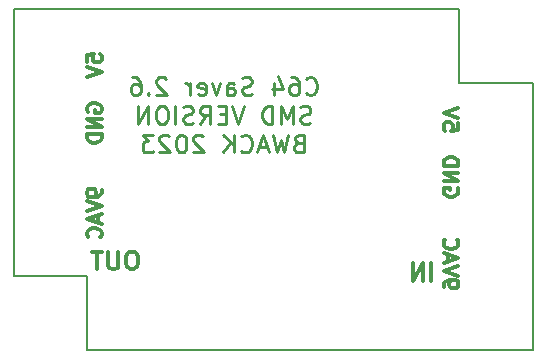
<source format=gbo>
G04 #@! TF.GenerationSoftware,KiCad,Pcbnew,7.0.1-3b83917a11~172~ubuntu20.04.1*
G04 #@! TF.CreationDate,2023-03-26T04:48:50+02:00*
G04 #@! TF.ProjectId,C64Saver2,43363453-6176-4657-9232-2e6b69636164,2.6*
G04 #@! TF.SameCoordinates,Original*
G04 #@! TF.FileFunction,Legend,Bot*
G04 #@! TF.FilePolarity,Positive*
%FSLAX46Y46*%
G04 Gerber Fmt 4.6, Leading zero omitted, Abs format (unit mm)*
G04 Created by KiCad (PCBNEW 7.0.1-3b83917a11~172~ubuntu20.04.1) date 2023-03-26 04:48:50*
%MOMM*%
%LPD*%
G01*
G04 APERTURE LIST*
%ADD10C,0.300000*%
%ADD11C,0.250000*%
G04 #@! TA.AperFunction,Profile*
%ADD12C,0.150000*%
G04 #@! TD*
G04 APERTURE END LIST*
D10*
X176840726Y-107217524D02*
X176840726Y-106979428D01*
X176840726Y-106979428D02*
X176900250Y-106860381D01*
X176900250Y-106860381D02*
X176959773Y-106800857D01*
X176959773Y-106800857D02*
X177138345Y-106681809D01*
X177138345Y-106681809D02*
X177376440Y-106622286D01*
X177376440Y-106622286D02*
X177852630Y-106622286D01*
X177852630Y-106622286D02*
X177971678Y-106681809D01*
X177971678Y-106681809D02*
X178031202Y-106741333D01*
X178031202Y-106741333D02*
X178090726Y-106860381D01*
X178090726Y-106860381D02*
X178090726Y-107098476D01*
X178090726Y-107098476D02*
X178031202Y-107217524D01*
X178031202Y-107217524D02*
X177971678Y-107277047D01*
X177971678Y-107277047D02*
X177852630Y-107336571D01*
X177852630Y-107336571D02*
X177555011Y-107336571D01*
X177555011Y-107336571D02*
X177435964Y-107277047D01*
X177435964Y-107277047D02*
X177376440Y-107217524D01*
X177376440Y-107217524D02*
X177316916Y-107098476D01*
X177316916Y-107098476D02*
X177316916Y-106860381D01*
X177316916Y-106860381D02*
X177376440Y-106741333D01*
X177376440Y-106741333D02*
X177435964Y-106681809D01*
X177435964Y-106681809D02*
X177555011Y-106622286D01*
X178090726Y-106265143D02*
X176840726Y-105848476D01*
X176840726Y-105848476D02*
X178090726Y-105431810D01*
X177197869Y-105074666D02*
X177197869Y-104479428D01*
X176840726Y-105193714D02*
X178090726Y-104777047D01*
X178090726Y-104777047D02*
X176840726Y-104360381D01*
X176959773Y-103229428D02*
X176900250Y-103288952D01*
X176900250Y-103288952D02*
X176840726Y-103467523D01*
X176840726Y-103467523D02*
X176840726Y-103586571D01*
X176840726Y-103586571D02*
X176900250Y-103765142D01*
X176900250Y-103765142D02*
X177019297Y-103884190D01*
X177019297Y-103884190D02*
X177138345Y-103943713D01*
X177138345Y-103943713D02*
X177376440Y-104003237D01*
X177376440Y-104003237D02*
X177555011Y-104003237D01*
X177555011Y-104003237D02*
X177793107Y-103943713D01*
X177793107Y-103943713D02*
X177912154Y-103884190D01*
X177912154Y-103884190D02*
X178031202Y-103765142D01*
X178031202Y-103765142D02*
X178090726Y-103586571D01*
X178090726Y-103586571D02*
X178090726Y-103467523D01*
X178090726Y-103467523D02*
X178031202Y-103288952D01*
X178031202Y-103288952D02*
X177971678Y-103229428D01*
X178031202Y-98869381D02*
X178090726Y-98988428D01*
X178090726Y-98988428D02*
X178090726Y-99167000D01*
X178090726Y-99167000D02*
X178031202Y-99345571D01*
X178031202Y-99345571D02*
X177912154Y-99464619D01*
X177912154Y-99464619D02*
X177793107Y-99524142D01*
X177793107Y-99524142D02*
X177555011Y-99583666D01*
X177555011Y-99583666D02*
X177376440Y-99583666D01*
X177376440Y-99583666D02*
X177138345Y-99524142D01*
X177138345Y-99524142D02*
X177019297Y-99464619D01*
X177019297Y-99464619D02*
X176900250Y-99345571D01*
X176900250Y-99345571D02*
X176840726Y-99167000D01*
X176840726Y-99167000D02*
X176840726Y-99047952D01*
X176840726Y-99047952D02*
X176900250Y-98869381D01*
X176900250Y-98869381D02*
X176959773Y-98809857D01*
X176959773Y-98809857D02*
X177376440Y-98809857D01*
X177376440Y-98809857D02*
X177376440Y-99047952D01*
X176840726Y-98274142D02*
X178090726Y-98274142D01*
X178090726Y-98274142D02*
X176840726Y-97559857D01*
X176840726Y-97559857D02*
X178090726Y-97559857D01*
X176840726Y-96964618D02*
X178090726Y-96964618D01*
X178090726Y-96964618D02*
X178090726Y-96666999D01*
X178090726Y-96666999D02*
X178031202Y-96488428D01*
X178031202Y-96488428D02*
X177912154Y-96369380D01*
X177912154Y-96369380D02*
X177793107Y-96309857D01*
X177793107Y-96309857D02*
X177555011Y-96250333D01*
X177555011Y-96250333D02*
X177376440Y-96250333D01*
X177376440Y-96250333D02*
X177138345Y-96309857D01*
X177138345Y-96309857D02*
X177019297Y-96369380D01*
X177019297Y-96369380D02*
X176900250Y-96488428D01*
X176900250Y-96488428D02*
X176840726Y-96666999D01*
X176840726Y-96666999D02*
X176840726Y-96964618D01*
X178090726Y-93329094D02*
X178090726Y-93924332D01*
X178090726Y-93924332D02*
X177495488Y-93983856D01*
X177495488Y-93983856D02*
X177555011Y-93924332D01*
X177555011Y-93924332D02*
X177614535Y-93805285D01*
X177614535Y-93805285D02*
X177614535Y-93507666D01*
X177614535Y-93507666D02*
X177555011Y-93388618D01*
X177555011Y-93388618D02*
X177495488Y-93329094D01*
X177495488Y-93329094D02*
X177376440Y-93269571D01*
X177376440Y-93269571D02*
X177078821Y-93269571D01*
X177078821Y-93269571D02*
X176959773Y-93329094D01*
X176959773Y-93329094D02*
X176900250Y-93388618D01*
X176900250Y-93388618D02*
X176840726Y-93507666D01*
X176840726Y-93507666D02*
X176840726Y-93805285D01*
X176840726Y-93805285D02*
X176900250Y-93924332D01*
X176900250Y-93924332D02*
X176959773Y-93983856D01*
X178090726Y-92912428D02*
X176840726Y-92495761D01*
X176840726Y-92495761D02*
X178090726Y-92079095D01*
X146648273Y-88153905D02*
X146648273Y-87558667D01*
X146648273Y-87558667D02*
X147243511Y-87499143D01*
X147243511Y-87499143D02*
X147183988Y-87558667D01*
X147183988Y-87558667D02*
X147124464Y-87677714D01*
X147124464Y-87677714D02*
X147124464Y-87975333D01*
X147124464Y-87975333D02*
X147183988Y-88094381D01*
X147183988Y-88094381D02*
X147243511Y-88153905D01*
X147243511Y-88153905D02*
X147362559Y-88213428D01*
X147362559Y-88213428D02*
X147660178Y-88213428D01*
X147660178Y-88213428D02*
X147779226Y-88153905D01*
X147779226Y-88153905D02*
X147838750Y-88094381D01*
X147838750Y-88094381D02*
X147898273Y-87975333D01*
X147898273Y-87975333D02*
X147898273Y-87677714D01*
X147898273Y-87677714D02*
X147838750Y-87558667D01*
X147838750Y-87558667D02*
X147779226Y-87499143D01*
X146648273Y-88570571D02*
X147898273Y-88987238D01*
X147898273Y-88987238D02*
X146648273Y-89403904D01*
X146707797Y-92392618D02*
X146648273Y-92273571D01*
X146648273Y-92273571D02*
X146648273Y-92094999D01*
X146648273Y-92094999D02*
X146707797Y-91916428D01*
X146707797Y-91916428D02*
X146826845Y-91797380D01*
X146826845Y-91797380D02*
X146945892Y-91737857D01*
X146945892Y-91737857D02*
X147183988Y-91678333D01*
X147183988Y-91678333D02*
X147362559Y-91678333D01*
X147362559Y-91678333D02*
X147600654Y-91737857D01*
X147600654Y-91737857D02*
X147719702Y-91797380D01*
X147719702Y-91797380D02*
X147838750Y-91916428D01*
X147838750Y-91916428D02*
X147898273Y-92094999D01*
X147898273Y-92094999D02*
X147898273Y-92214047D01*
X147898273Y-92214047D02*
X147838750Y-92392618D01*
X147838750Y-92392618D02*
X147779226Y-92452142D01*
X147779226Y-92452142D02*
X147362559Y-92452142D01*
X147362559Y-92452142D02*
X147362559Y-92214047D01*
X147898273Y-92987857D02*
X146648273Y-92987857D01*
X146648273Y-92987857D02*
X147898273Y-93702142D01*
X147898273Y-93702142D02*
X146648273Y-93702142D01*
X147898273Y-94297381D02*
X146648273Y-94297381D01*
X146648273Y-94297381D02*
X146648273Y-94595000D01*
X146648273Y-94595000D02*
X146707797Y-94773571D01*
X146707797Y-94773571D02*
X146826845Y-94892619D01*
X146826845Y-94892619D02*
X146945892Y-94952142D01*
X146945892Y-94952142D02*
X147183988Y-95011666D01*
X147183988Y-95011666D02*
X147362559Y-95011666D01*
X147362559Y-95011666D02*
X147600654Y-94952142D01*
X147600654Y-94952142D02*
X147719702Y-94892619D01*
X147719702Y-94892619D02*
X147838750Y-94773571D01*
X147838750Y-94773571D02*
X147898273Y-94595000D01*
X147898273Y-94595000D02*
X147898273Y-94297381D01*
X147898273Y-99030475D02*
X147898273Y-99268571D01*
X147898273Y-99268571D02*
X147838750Y-99387618D01*
X147838750Y-99387618D02*
X147779226Y-99447142D01*
X147779226Y-99447142D02*
X147600654Y-99566190D01*
X147600654Y-99566190D02*
X147362559Y-99625713D01*
X147362559Y-99625713D02*
X146886369Y-99625713D01*
X146886369Y-99625713D02*
X146767321Y-99566190D01*
X146767321Y-99566190D02*
X146707797Y-99506666D01*
X146707797Y-99506666D02*
X146648273Y-99387618D01*
X146648273Y-99387618D02*
X146648273Y-99149523D01*
X146648273Y-99149523D02*
X146707797Y-99030475D01*
X146707797Y-99030475D02*
X146767321Y-98970952D01*
X146767321Y-98970952D02*
X146886369Y-98911428D01*
X146886369Y-98911428D02*
X147183988Y-98911428D01*
X147183988Y-98911428D02*
X147303035Y-98970952D01*
X147303035Y-98970952D02*
X147362559Y-99030475D01*
X147362559Y-99030475D02*
X147422083Y-99149523D01*
X147422083Y-99149523D02*
X147422083Y-99387618D01*
X147422083Y-99387618D02*
X147362559Y-99506666D01*
X147362559Y-99506666D02*
X147303035Y-99566190D01*
X147303035Y-99566190D02*
X147183988Y-99625713D01*
X146648273Y-99982856D02*
X147898273Y-100399523D01*
X147898273Y-100399523D02*
X146648273Y-100816189D01*
X147541130Y-101173333D02*
X147541130Y-101768571D01*
X147898273Y-101054285D02*
X146648273Y-101470952D01*
X146648273Y-101470952D02*
X147898273Y-101887618D01*
X147779226Y-103018571D02*
X147838750Y-102959047D01*
X147838750Y-102959047D02*
X147898273Y-102780476D01*
X147898273Y-102780476D02*
X147898273Y-102661428D01*
X147898273Y-102661428D02*
X147838750Y-102482857D01*
X147838750Y-102482857D02*
X147719702Y-102363809D01*
X147719702Y-102363809D02*
X147600654Y-102304286D01*
X147600654Y-102304286D02*
X147362559Y-102244762D01*
X147362559Y-102244762D02*
X147183988Y-102244762D01*
X147183988Y-102244762D02*
X146945892Y-102304286D01*
X146945892Y-102304286D02*
X146826845Y-102363809D01*
X146826845Y-102363809D02*
X146707797Y-102482857D01*
X146707797Y-102482857D02*
X146648273Y-102661428D01*
X146648273Y-102661428D02*
X146648273Y-102780476D01*
X146648273Y-102780476D02*
X146707797Y-102959047D01*
X146707797Y-102959047D02*
X146767321Y-103018571D01*
X175791714Y-106693928D02*
X175791714Y-105193928D01*
X175077428Y-106693928D02*
X175077428Y-105193928D01*
X175077428Y-105193928D02*
X174220285Y-106693928D01*
X174220285Y-106693928D02*
X174220285Y-105193928D01*
X150597999Y-104222928D02*
X150312285Y-104222928D01*
X150312285Y-104222928D02*
X150169428Y-104294357D01*
X150169428Y-104294357D02*
X150026571Y-104437214D01*
X150026571Y-104437214D02*
X149955142Y-104722928D01*
X149955142Y-104722928D02*
X149955142Y-105222928D01*
X149955142Y-105222928D02*
X150026571Y-105508642D01*
X150026571Y-105508642D02*
X150169428Y-105651500D01*
X150169428Y-105651500D02*
X150312285Y-105722928D01*
X150312285Y-105722928D02*
X150597999Y-105722928D01*
X150597999Y-105722928D02*
X150740857Y-105651500D01*
X150740857Y-105651500D02*
X150883714Y-105508642D01*
X150883714Y-105508642D02*
X150955142Y-105222928D01*
X150955142Y-105222928D02*
X150955142Y-104722928D01*
X150955142Y-104722928D02*
X150883714Y-104437214D01*
X150883714Y-104437214D02*
X150740857Y-104294357D01*
X150740857Y-104294357D02*
X150597999Y-104222928D01*
X149312285Y-104222928D02*
X149312285Y-105437214D01*
X149312285Y-105437214D02*
X149240856Y-105580071D01*
X149240856Y-105580071D02*
X149169428Y-105651500D01*
X149169428Y-105651500D02*
X149026570Y-105722928D01*
X149026570Y-105722928D02*
X148740856Y-105722928D01*
X148740856Y-105722928D02*
X148597999Y-105651500D01*
X148597999Y-105651500D02*
X148526570Y-105580071D01*
X148526570Y-105580071D02*
X148455142Y-105437214D01*
X148455142Y-105437214D02*
X148455142Y-104222928D01*
X147955141Y-104222928D02*
X147097999Y-104222928D01*
X147526570Y-105722928D02*
X147526570Y-104222928D01*
D11*
X165206284Y-90831071D02*
X165277712Y-90902500D01*
X165277712Y-90902500D02*
X165491998Y-90973928D01*
X165491998Y-90973928D02*
X165634855Y-90973928D01*
X165634855Y-90973928D02*
X165849141Y-90902500D01*
X165849141Y-90902500D02*
X165991998Y-90759642D01*
X165991998Y-90759642D02*
X166063427Y-90616785D01*
X166063427Y-90616785D02*
X166134855Y-90331071D01*
X166134855Y-90331071D02*
X166134855Y-90116785D01*
X166134855Y-90116785D02*
X166063427Y-89831071D01*
X166063427Y-89831071D02*
X165991998Y-89688214D01*
X165991998Y-89688214D02*
X165849141Y-89545357D01*
X165849141Y-89545357D02*
X165634855Y-89473928D01*
X165634855Y-89473928D02*
X165491998Y-89473928D01*
X165491998Y-89473928D02*
X165277712Y-89545357D01*
X165277712Y-89545357D02*
X165206284Y-89616785D01*
X163920570Y-89473928D02*
X164206284Y-89473928D01*
X164206284Y-89473928D02*
X164349141Y-89545357D01*
X164349141Y-89545357D02*
X164420570Y-89616785D01*
X164420570Y-89616785D02*
X164563427Y-89831071D01*
X164563427Y-89831071D02*
X164634855Y-90116785D01*
X164634855Y-90116785D02*
X164634855Y-90688214D01*
X164634855Y-90688214D02*
X164563427Y-90831071D01*
X164563427Y-90831071D02*
X164491998Y-90902500D01*
X164491998Y-90902500D02*
X164349141Y-90973928D01*
X164349141Y-90973928D02*
X164063427Y-90973928D01*
X164063427Y-90973928D02*
X163920570Y-90902500D01*
X163920570Y-90902500D02*
X163849141Y-90831071D01*
X163849141Y-90831071D02*
X163777712Y-90688214D01*
X163777712Y-90688214D02*
X163777712Y-90331071D01*
X163777712Y-90331071D02*
X163849141Y-90188214D01*
X163849141Y-90188214D02*
X163920570Y-90116785D01*
X163920570Y-90116785D02*
X164063427Y-90045357D01*
X164063427Y-90045357D02*
X164349141Y-90045357D01*
X164349141Y-90045357D02*
X164491998Y-90116785D01*
X164491998Y-90116785D02*
X164563427Y-90188214D01*
X164563427Y-90188214D02*
X164634855Y-90331071D01*
X162491999Y-89973928D02*
X162491999Y-90973928D01*
X162849141Y-89402500D02*
X163206284Y-90473928D01*
X163206284Y-90473928D02*
X162277713Y-90473928D01*
X160634856Y-90902500D02*
X160420571Y-90973928D01*
X160420571Y-90973928D02*
X160063428Y-90973928D01*
X160063428Y-90973928D02*
X159920571Y-90902500D01*
X159920571Y-90902500D02*
X159849142Y-90831071D01*
X159849142Y-90831071D02*
X159777713Y-90688214D01*
X159777713Y-90688214D02*
X159777713Y-90545357D01*
X159777713Y-90545357D02*
X159849142Y-90402500D01*
X159849142Y-90402500D02*
X159920571Y-90331071D01*
X159920571Y-90331071D02*
X160063428Y-90259642D01*
X160063428Y-90259642D02*
X160349142Y-90188214D01*
X160349142Y-90188214D02*
X160491999Y-90116785D01*
X160491999Y-90116785D02*
X160563428Y-90045357D01*
X160563428Y-90045357D02*
X160634856Y-89902500D01*
X160634856Y-89902500D02*
X160634856Y-89759642D01*
X160634856Y-89759642D02*
X160563428Y-89616785D01*
X160563428Y-89616785D02*
X160491999Y-89545357D01*
X160491999Y-89545357D02*
X160349142Y-89473928D01*
X160349142Y-89473928D02*
X159991999Y-89473928D01*
X159991999Y-89473928D02*
X159777713Y-89545357D01*
X158492000Y-90973928D02*
X158492000Y-90188214D01*
X158492000Y-90188214D02*
X158563428Y-90045357D01*
X158563428Y-90045357D02*
X158706285Y-89973928D01*
X158706285Y-89973928D02*
X158992000Y-89973928D01*
X158992000Y-89973928D02*
X159134857Y-90045357D01*
X158492000Y-90902500D02*
X158634857Y-90973928D01*
X158634857Y-90973928D02*
X158992000Y-90973928D01*
X158992000Y-90973928D02*
X159134857Y-90902500D01*
X159134857Y-90902500D02*
X159206285Y-90759642D01*
X159206285Y-90759642D02*
X159206285Y-90616785D01*
X159206285Y-90616785D02*
X159134857Y-90473928D01*
X159134857Y-90473928D02*
X158992000Y-90402500D01*
X158992000Y-90402500D02*
X158634857Y-90402500D01*
X158634857Y-90402500D02*
X158492000Y-90331071D01*
X157920571Y-89973928D02*
X157563428Y-90973928D01*
X157563428Y-90973928D02*
X157206285Y-89973928D01*
X156063428Y-90902500D02*
X156206285Y-90973928D01*
X156206285Y-90973928D02*
X156492000Y-90973928D01*
X156492000Y-90973928D02*
X156634857Y-90902500D01*
X156634857Y-90902500D02*
X156706285Y-90759642D01*
X156706285Y-90759642D02*
X156706285Y-90188214D01*
X156706285Y-90188214D02*
X156634857Y-90045357D01*
X156634857Y-90045357D02*
X156492000Y-89973928D01*
X156492000Y-89973928D02*
X156206285Y-89973928D01*
X156206285Y-89973928D02*
X156063428Y-90045357D01*
X156063428Y-90045357D02*
X155992000Y-90188214D01*
X155992000Y-90188214D02*
X155992000Y-90331071D01*
X155992000Y-90331071D02*
X156706285Y-90473928D01*
X155349143Y-90973928D02*
X155349143Y-89973928D01*
X155349143Y-90259642D02*
X155277714Y-90116785D01*
X155277714Y-90116785D02*
X155206286Y-90045357D01*
X155206286Y-90045357D02*
X155063428Y-89973928D01*
X155063428Y-89973928D02*
X154920571Y-89973928D01*
X153349143Y-89616785D02*
X153277715Y-89545357D01*
X153277715Y-89545357D02*
X153134858Y-89473928D01*
X153134858Y-89473928D02*
X152777715Y-89473928D01*
X152777715Y-89473928D02*
X152634858Y-89545357D01*
X152634858Y-89545357D02*
X152563429Y-89616785D01*
X152563429Y-89616785D02*
X152492000Y-89759642D01*
X152492000Y-89759642D02*
X152492000Y-89902500D01*
X152492000Y-89902500D02*
X152563429Y-90116785D01*
X152563429Y-90116785D02*
X153420572Y-90973928D01*
X153420572Y-90973928D02*
X152492000Y-90973928D01*
X151849144Y-90831071D02*
X151777715Y-90902500D01*
X151777715Y-90902500D02*
X151849144Y-90973928D01*
X151849144Y-90973928D02*
X151920572Y-90902500D01*
X151920572Y-90902500D02*
X151849144Y-90831071D01*
X151849144Y-90831071D02*
X151849144Y-90973928D01*
X150492001Y-89473928D02*
X150777715Y-89473928D01*
X150777715Y-89473928D02*
X150920572Y-89545357D01*
X150920572Y-89545357D02*
X150992001Y-89616785D01*
X150992001Y-89616785D02*
X151134858Y-89831071D01*
X151134858Y-89831071D02*
X151206286Y-90116785D01*
X151206286Y-90116785D02*
X151206286Y-90688214D01*
X151206286Y-90688214D02*
X151134858Y-90831071D01*
X151134858Y-90831071D02*
X151063429Y-90902500D01*
X151063429Y-90902500D02*
X150920572Y-90973928D01*
X150920572Y-90973928D02*
X150634858Y-90973928D01*
X150634858Y-90973928D02*
X150492001Y-90902500D01*
X150492001Y-90902500D02*
X150420572Y-90831071D01*
X150420572Y-90831071D02*
X150349143Y-90688214D01*
X150349143Y-90688214D02*
X150349143Y-90331071D01*
X150349143Y-90331071D02*
X150420572Y-90188214D01*
X150420572Y-90188214D02*
X150492001Y-90116785D01*
X150492001Y-90116785D02*
X150634858Y-90045357D01*
X150634858Y-90045357D02*
X150920572Y-90045357D01*
X150920572Y-90045357D02*
X151063429Y-90116785D01*
X151063429Y-90116785D02*
X151134858Y-90188214D01*
X151134858Y-90188214D02*
X151206286Y-90331071D01*
X165563428Y-93332500D02*
X165349143Y-93403928D01*
X165349143Y-93403928D02*
X164992000Y-93403928D01*
X164992000Y-93403928D02*
X164849143Y-93332500D01*
X164849143Y-93332500D02*
X164777714Y-93261071D01*
X164777714Y-93261071D02*
X164706285Y-93118214D01*
X164706285Y-93118214D02*
X164706285Y-92975357D01*
X164706285Y-92975357D02*
X164777714Y-92832500D01*
X164777714Y-92832500D02*
X164849143Y-92761071D01*
X164849143Y-92761071D02*
X164992000Y-92689642D01*
X164992000Y-92689642D02*
X165277714Y-92618214D01*
X165277714Y-92618214D02*
X165420571Y-92546785D01*
X165420571Y-92546785D02*
X165492000Y-92475357D01*
X165492000Y-92475357D02*
X165563428Y-92332500D01*
X165563428Y-92332500D02*
X165563428Y-92189642D01*
X165563428Y-92189642D02*
X165492000Y-92046785D01*
X165492000Y-92046785D02*
X165420571Y-91975357D01*
X165420571Y-91975357D02*
X165277714Y-91903928D01*
X165277714Y-91903928D02*
X164920571Y-91903928D01*
X164920571Y-91903928D02*
X164706285Y-91975357D01*
X164063429Y-93403928D02*
X164063429Y-91903928D01*
X164063429Y-91903928D02*
X163563429Y-92975357D01*
X163563429Y-92975357D02*
X163063429Y-91903928D01*
X163063429Y-91903928D02*
X163063429Y-93403928D01*
X162349143Y-93403928D02*
X162349143Y-91903928D01*
X162349143Y-91903928D02*
X161992000Y-91903928D01*
X161992000Y-91903928D02*
X161777714Y-91975357D01*
X161777714Y-91975357D02*
X161634857Y-92118214D01*
X161634857Y-92118214D02*
X161563428Y-92261071D01*
X161563428Y-92261071D02*
X161492000Y-92546785D01*
X161492000Y-92546785D02*
X161492000Y-92761071D01*
X161492000Y-92761071D02*
X161563428Y-93046785D01*
X161563428Y-93046785D02*
X161634857Y-93189642D01*
X161634857Y-93189642D02*
X161777714Y-93332500D01*
X161777714Y-93332500D02*
X161992000Y-93403928D01*
X161992000Y-93403928D02*
X162349143Y-93403928D01*
X159920571Y-91903928D02*
X159420571Y-93403928D01*
X159420571Y-93403928D02*
X158920571Y-91903928D01*
X158420572Y-92618214D02*
X157920572Y-92618214D01*
X157706286Y-93403928D02*
X158420572Y-93403928D01*
X158420572Y-93403928D02*
X158420572Y-91903928D01*
X158420572Y-91903928D02*
X157706286Y-91903928D01*
X156206286Y-93403928D02*
X156706286Y-92689642D01*
X157063429Y-93403928D02*
X157063429Y-91903928D01*
X157063429Y-91903928D02*
X156492000Y-91903928D01*
X156492000Y-91903928D02*
X156349143Y-91975357D01*
X156349143Y-91975357D02*
X156277714Y-92046785D01*
X156277714Y-92046785D02*
X156206286Y-92189642D01*
X156206286Y-92189642D02*
X156206286Y-92403928D01*
X156206286Y-92403928D02*
X156277714Y-92546785D01*
X156277714Y-92546785D02*
X156349143Y-92618214D01*
X156349143Y-92618214D02*
X156492000Y-92689642D01*
X156492000Y-92689642D02*
X157063429Y-92689642D01*
X155634857Y-93332500D02*
X155420572Y-93403928D01*
X155420572Y-93403928D02*
X155063429Y-93403928D01*
X155063429Y-93403928D02*
X154920572Y-93332500D01*
X154920572Y-93332500D02*
X154849143Y-93261071D01*
X154849143Y-93261071D02*
X154777714Y-93118214D01*
X154777714Y-93118214D02*
X154777714Y-92975357D01*
X154777714Y-92975357D02*
X154849143Y-92832500D01*
X154849143Y-92832500D02*
X154920572Y-92761071D01*
X154920572Y-92761071D02*
X155063429Y-92689642D01*
X155063429Y-92689642D02*
X155349143Y-92618214D01*
X155349143Y-92618214D02*
X155492000Y-92546785D01*
X155492000Y-92546785D02*
X155563429Y-92475357D01*
X155563429Y-92475357D02*
X155634857Y-92332500D01*
X155634857Y-92332500D02*
X155634857Y-92189642D01*
X155634857Y-92189642D02*
X155563429Y-92046785D01*
X155563429Y-92046785D02*
X155492000Y-91975357D01*
X155492000Y-91975357D02*
X155349143Y-91903928D01*
X155349143Y-91903928D02*
X154992000Y-91903928D01*
X154992000Y-91903928D02*
X154777714Y-91975357D01*
X154134858Y-93403928D02*
X154134858Y-91903928D01*
X153134857Y-91903928D02*
X152849143Y-91903928D01*
X152849143Y-91903928D02*
X152706286Y-91975357D01*
X152706286Y-91975357D02*
X152563429Y-92118214D01*
X152563429Y-92118214D02*
X152492000Y-92403928D01*
X152492000Y-92403928D02*
X152492000Y-92903928D01*
X152492000Y-92903928D02*
X152563429Y-93189642D01*
X152563429Y-93189642D02*
X152706286Y-93332500D01*
X152706286Y-93332500D02*
X152849143Y-93403928D01*
X152849143Y-93403928D02*
X153134857Y-93403928D01*
X153134857Y-93403928D02*
X153277715Y-93332500D01*
X153277715Y-93332500D02*
X153420572Y-93189642D01*
X153420572Y-93189642D02*
X153492000Y-92903928D01*
X153492000Y-92903928D02*
X153492000Y-92403928D01*
X153492000Y-92403928D02*
X153420572Y-92118214D01*
X153420572Y-92118214D02*
X153277715Y-91975357D01*
X153277715Y-91975357D02*
X153134857Y-91903928D01*
X151849143Y-93403928D02*
X151849143Y-91903928D01*
X151849143Y-91903928D02*
X150992000Y-93403928D01*
X150992000Y-93403928D02*
X150992000Y-91903928D01*
X164563427Y-95048214D02*
X164349141Y-95119642D01*
X164349141Y-95119642D02*
X164277712Y-95191071D01*
X164277712Y-95191071D02*
X164206284Y-95333928D01*
X164206284Y-95333928D02*
X164206284Y-95548214D01*
X164206284Y-95548214D02*
X164277712Y-95691071D01*
X164277712Y-95691071D02*
X164349141Y-95762500D01*
X164349141Y-95762500D02*
X164491998Y-95833928D01*
X164491998Y-95833928D02*
X165063427Y-95833928D01*
X165063427Y-95833928D02*
X165063427Y-94333928D01*
X165063427Y-94333928D02*
X164563427Y-94333928D01*
X164563427Y-94333928D02*
X164420570Y-94405357D01*
X164420570Y-94405357D02*
X164349141Y-94476785D01*
X164349141Y-94476785D02*
X164277712Y-94619642D01*
X164277712Y-94619642D02*
X164277712Y-94762500D01*
X164277712Y-94762500D02*
X164349141Y-94905357D01*
X164349141Y-94905357D02*
X164420570Y-94976785D01*
X164420570Y-94976785D02*
X164563427Y-95048214D01*
X164563427Y-95048214D02*
X165063427Y-95048214D01*
X163706284Y-94333928D02*
X163349141Y-95833928D01*
X163349141Y-95833928D02*
X163063427Y-94762500D01*
X163063427Y-94762500D02*
X162777712Y-95833928D01*
X162777712Y-95833928D02*
X162420570Y-94333928D01*
X161920569Y-95405357D02*
X161206284Y-95405357D01*
X162063426Y-95833928D02*
X161563426Y-94333928D01*
X161563426Y-94333928D02*
X161063426Y-95833928D01*
X159706284Y-95691071D02*
X159777712Y-95762500D01*
X159777712Y-95762500D02*
X159991998Y-95833928D01*
X159991998Y-95833928D02*
X160134855Y-95833928D01*
X160134855Y-95833928D02*
X160349141Y-95762500D01*
X160349141Y-95762500D02*
X160491998Y-95619642D01*
X160491998Y-95619642D02*
X160563427Y-95476785D01*
X160563427Y-95476785D02*
X160634855Y-95191071D01*
X160634855Y-95191071D02*
X160634855Y-94976785D01*
X160634855Y-94976785D02*
X160563427Y-94691071D01*
X160563427Y-94691071D02*
X160491998Y-94548214D01*
X160491998Y-94548214D02*
X160349141Y-94405357D01*
X160349141Y-94405357D02*
X160134855Y-94333928D01*
X160134855Y-94333928D02*
X159991998Y-94333928D01*
X159991998Y-94333928D02*
X159777712Y-94405357D01*
X159777712Y-94405357D02*
X159706284Y-94476785D01*
X159063427Y-95833928D02*
X159063427Y-94333928D01*
X158206284Y-95833928D02*
X158849141Y-94976785D01*
X158206284Y-94333928D02*
X159063427Y-95191071D01*
X156491998Y-94476785D02*
X156420570Y-94405357D01*
X156420570Y-94405357D02*
X156277713Y-94333928D01*
X156277713Y-94333928D02*
X155920570Y-94333928D01*
X155920570Y-94333928D02*
X155777713Y-94405357D01*
X155777713Y-94405357D02*
X155706284Y-94476785D01*
X155706284Y-94476785D02*
X155634855Y-94619642D01*
X155634855Y-94619642D02*
X155634855Y-94762500D01*
X155634855Y-94762500D02*
X155706284Y-94976785D01*
X155706284Y-94976785D02*
X156563427Y-95833928D01*
X156563427Y-95833928D02*
X155634855Y-95833928D01*
X154706284Y-94333928D02*
X154563427Y-94333928D01*
X154563427Y-94333928D02*
X154420570Y-94405357D01*
X154420570Y-94405357D02*
X154349142Y-94476785D01*
X154349142Y-94476785D02*
X154277713Y-94619642D01*
X154277713Y-94619642D02*
X154206284Y-94905357D01*
X154206284Y-94905357D02*
X154206284Y-95262500D01*
X154206284Y-95262500D02*
X154277713Y-95548214D01*
X154277713Y-95548214D02*
X154349142Y-95691071D01*
X154349142Y-95691071D02*
X154420570Y-95762500D01*
X154420570Y-95762500D02*
X154563427Y-95833928D01*
X154563427Y-95833928D02*
X154706284Y-95833928D01*
X154706284Y-95833928D02*
X154849142Y-95762500D01*
X154849142Y-95762500D02*
X154920570Y-95691071D01*
X154920570Y-95691071D02*
X154991999Y-95548214D01*
X154991999Y-95548214D02*
X155063427Y-95262500D01*
X155063427Y-95262500D02*
X155063427Y-94905357D01*
X155063427Y-94905357D02*
X154991999Y-94619642D01*
X154991999Y-94619642D02*
X154920570Y-94476785D01*
X154920570Y-94476785D02*
X154849142Y-94405357D01*
X154849142Y-94405357D02*
X154706284Y-94333928D01*
X153634856Y-94476785D02*
X153563428Y-94405357D01*
X153563428Y-94405357D02*
X153420571Y-94333928D01*
X153420571Y-94333928D02*
X153063428Y-94333928D01*
X153063428Y-94333928D02*
X152920571Y-94405357D01*
X152920571Y-94405357D02*
X152849142Y-94476785D01*
X152849142Y-94476785D02*
X152777713Y-94619642D01*
X152777713Y-94619642D02*
X152777713Y-94762500D01*
X152777713Y-94762500D02*
X152849142Y-94976785D01*
X152849142Y-94976785D02*
X153706285Y-95833928D01*
X153706285Y-95833928D02*
X152777713Y-95833928D01*
X152277714Y-94333928D02*
X151349142Y-94333928D01*
X151349142Y-94333928D02*
X151849142Y-94905357D01*
X151849142Y-94905357D02*
X151634857Y-94905357D01*
X151634857Y-94905357D02*
X151492000Y-94976785D01*
X151492000Y-94976785D02*
X151420571Y-95048214D01*
X151420571Y-95048214D02*
X151349142Y-95191071D01*
X151349142Y-95191071D02*
X151349142Y-95548214D01*
X151349142Y-95548214D02*
X151420571Y-95691071D01*
X151420571Y-95691071D02*
X151492000Y-95762500D01*
X151492000Y-95762500D02*
X151634857Y-95833928D01*
X151634857Y-95833928D02*
X152063428Y-95833928D01*
X152063428Y-95833928D02*
X152206285Y-95762500D01*
X152206285Y-95762500D02*
X152277714Y-95691071D01*
D12*
X146685000Y-106299000D02*
X140462000Y-106299000D01*
X184404000Y-89916000D02*
X184404000Y-112522000D01*
X140462000Y-106299000D02*
X140462000Y-83693000D01*
X178181000Y-83693000D02*
X178181000Y-89916000D01*
X140462000Y-83693000D02*
X178181000Y-83693000D01*
X184404000Y-112522000D02*
X146685000Y-112522000D01*
X178181000Y-89916000D02*
X184404000Y-89916000D01*
X146685000Y-112522000D02*
X146685000Y-106299000D01*
M02*

</source>
